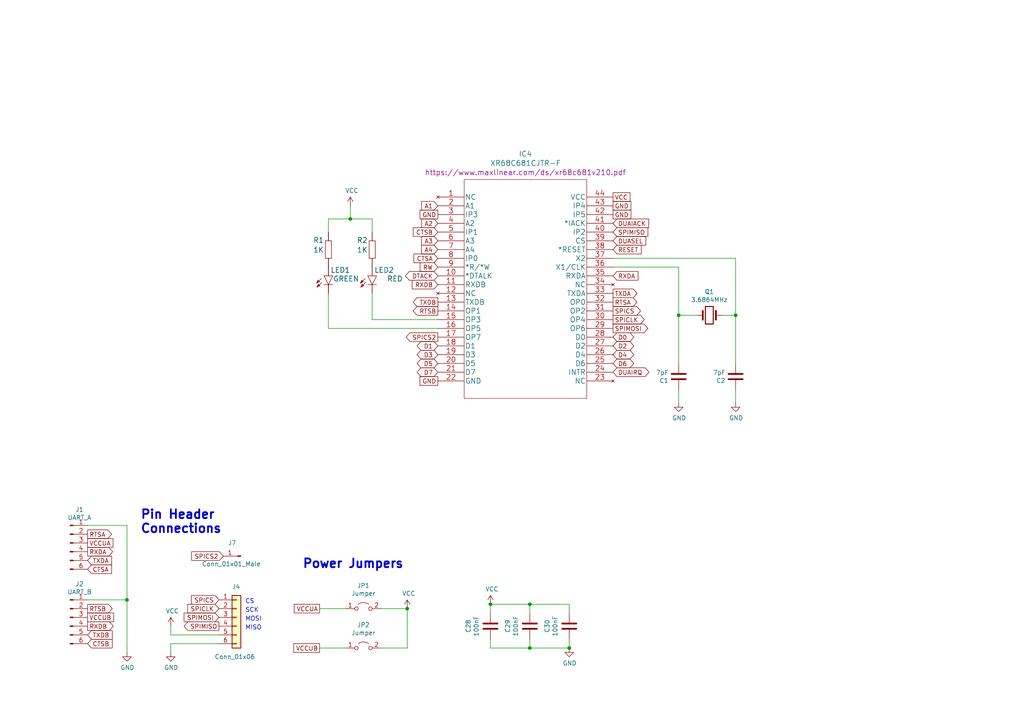
<source format=kicad_sch>
(kicad_sch (version 20231120) (generator "eeschema") (generator_version "8.0")
  (paper "A4")
  (title_block (title "ROSCO_M68K GENERAL PURPOSE MC68010 COMPUTER") (date "2024-06-09") (rev "2.2") (company "The Really Old-School Company Limited") (comment 1 "OSHWA UK000006 (https://certification.oshwa.org/uk000006.html)") (comment 2 "See https://github.com/roscopeco/rosco_m68k/blob/master/LICENCE.hardware.txt") (comment 3 "Open Source Hardware licenced under CERN Open Hardware Licence") (comment 4 "Copyright 2019-2024 Ross Bamford and Contributors"))
  (lib_symbols
    (symbol "Connector:Conn_01x01_Pin" (pin_names (offset 1.016) hide)
      (property "Reference" "J" (at 0 2.54 0))
      (property "Value" "Conn_01x01_Pin" (at 0 -2.54 0))
      (symbol "Conn_01x01_Pin_1_1"
        (polyline (pts (xy 1.27 0) (xy 0.8636 0)) (stroke (width 0.1524)))
        (rectangle (start 0.8636 0.127) (end 0 -0.127) (stroke (width 0.1524)) (fill (type outline)))
        (pin passive line (at 5.08 0 180) (length 3.81) (name "Pin_1") (number "1"))
      )
    )
    (symbol "Connector:Conn_01x06_Pin" (pin_names (offset 1.016) hide)
      (property "Reference" "J" (at 0 7.62 0))
      (property "Value" "Conn_01x06_Pin" (at 0 -10.16 0))
      (symbol "Conn_01x06_Pin_1_1"
        (polyline (pts (xy 1.27 -7.62) (xy 0.8636 -7.62)) (stroke (width 0.1524)))
        (polyline (pts (xy 1.27 -5.08) (xy 0.8636 -5.08)) (stroke (width 0.1524)))
        (polyline (pts (xy 1.27 -2.54) (xy 0.8636 -2.54)) (stroke (width 0.1524)))
        (polyline (pts (xy 1.27 0) (xy 0.8636 0)) (stroke (width 0.1524)))
        (polyline (pts (xy 1.27 2.54) (xy 0.8636 2.54)) (stroke (width 0.1524)))
        (polyline (pts (xy 1.27 5.08) (xy 0.8636 5.08)) (stroke (width 0.1524)))
        (rectangle (start 0.8636 -7.493) (end 0 -7.747) (stroke (width 0.1524)) (fill (type outline)))
        (rectangle (start 0.8636 -4.953) (end 0 -5.207) (stroke (width 0.1524)) (fill (type outline)))
        (rectangle (start 0.8636 -2.413) (end 0 -2.667) (stroke (width 0.1524)) (fill (type outline)))
        (rectangle (start 0.8636 0.127) (end 0 -0.127) (stroke (width 0.1524)) (fill (type outline)))
        (rectangle (start 0.8636 2.667) (end 0 2.413) (stroke (width 0.1524)) (fill (type outline)))
        (rectangle (start 0.8636 5.207) (end 0 4.953) (stroke (width 0.1524)) (fill (type outline)))
        (pin passive line (at 5.08 5.08 180) (length 3.81) (name "Pin_1") (number "1"))
        (pin passive line (at 5.08 2.54 180) (length 3.81) (name "Pin_2") (number "2"))
        (pin passive line (at 5.08 0 180) (length 3.81) (name "Pin_3") (number "3"))
        (pin passive line (at 5.08 -2.54 180) (length 3.81) (name "Pin_4") (number "4"))
        (pin passive line (at 5.08 -5.08 180) (length 3.81) (name "Pin_5") (number "5"))
        (pin passive line (at 5.08 -7.62 180) (length 3.81) (name "Pin_6") (number "6"))
      )
    )
    (symbol "Connector_Generic:Conn_01x06" (pin_names (offset 1.016) hide)
      (property "Reference" "J" (at 0 7.62 0))
      (property "Value" "Conn_01x06" (at 0 -10.16 0))
      (symbol "Conn_01x06_1_1"
        (rectangle (start -1.27 -7.493) (end 0 -7.747) (stroke (width 0.1524)))
        (rectangle (start -1.27 -4.953) (end 0 -5.207) (stroke (width 0.1524)))
        (rectangle (start -1.27 -2.413) (end 0 -2.667) (stroke (width 0.1524)))
        (rectangle (start -1.27 0.127) (end 0 -0.127) (stroke (width 0.1524)))
        (rectangle (start -1.27 2.667) (end 0 2.413) (stroke (width 0.1524)))
        (rectangle (start -1.27 5.207) (end 0 4.953) (stroke (width 0.1524)))
        (rectangle (start -1.27 6.35) (end 1.27 -8.89) (stroke (width 0.254)) (fill (type background)))
        (pin passive line (at -5.08 5.08 0) (length 3.81) (name "Pin_1") (number "1"))
        (pin passive line (at -5.08 2.54 0) (length 3.81) (name "Pin_2") (number "2"))
        (pin passive line (at -5.08 0 0) (length 3.81) (name "Pin_3") (number "3"))
        (pin passive line (at -5.08 -2.54 0) (length 3.81) (name "Pin_4") (number "4"))
        (pin passive line (at -5.08 -5.08 0) (length 3.81) (name "Pin_5") (number "5"))
        (pin passive line (at -5.08 -7.62 0) (length 3.81) (name "Pin_6") (number "6"))
      )
    )
    (symbol "Device:C" (pin_numbers hide) (pin_names (offset 0.254))
      (property "Reference" "C" (at 0.635 2.54 0))
      (property "Value" "C" (at 0.635 -2.54 0))
      (symbol "C_0_1"
        (polyline (pts (xy -2.032 -0.762) (xy 2.032 -0.762)) (stroke (width 0.508)))
        (polyline (pts (xy -2.032 0.762) (xy 2.032 0.762)) (stroke (width 0.508)))
      )
      (symbol "C_1_1"
        (pin passive line (at 0 3.81 270) (length 2.794) (name "~") (number "1"))
        (pin passive line (at 0 -3.81 90) (length 2.794) (name "~") (number "2"))
      )
    )
    (symbol "Device:Crystal" (pin_numbers hide) (pin_names (offset 1.016) hide)
      (property "Reference" "Y" (at 0 3.81 0))
      (property "Value" "Crystal" (at 0 -3.81 0))
      (symbol "Crystal_0_1"
        (rectangle (start -1.143 2.54) (end 1.143 -2.54) (stroke (width 0.3048)))
        (polyline (pts (xy -2.54 0) (xy -1.905 0)))
        (polyline (pts (xy -1.905 -1.27) (xy -1.905 1.27)) (stroke (width 0.508)))
        (polyline (pts (xy 1.905 -1.27) (xy 1.905 1.27)) (stroke (width 0.508)))
        (polyline (pts (xy 2.54 0) (xy 1.905 0)))
      )
      (symbol "Crystal_1_1"
        (pin passive line (at -3.81 0 0) (length 1.27) (name "1") (number "1"))
        (pin passive line (at 3.81 0 180) (length 1.27) (name "2") (number "2"))
      )
    )
    (symbol "Jumper:Jumper_2_Open" (pin_names (offset 0) hide)
      (property "Reference" "JP" (at 0 2.794 0))
      (property "Value" "Jumper_2_Open" (at 0 -2.286 0))
      (symbol "Jumper_2_Open_0_0"
        (circle (center -2.032 0) (radius 0.508))
        (circle (center 2.032 0) (radius 0.508))
      )
      (symbol "Jumper_2_Open_0_1"
        (arc (start 1.524 1.27) (mid 0 1.778) (end -1.524 1.27))
      )
      (symbol "Jumper_2_Open_1_1"
        (pin passive line (at -5.08 0 0) (length 2.54) (name "A") (number "1"))
        (pin passive line (at 5.08 0 180) (length 2.54) (name "B") (number "2"))
      )
    )
    (symbol "power:GND" (power) (pin_names (offset 0))
      (property "Value" "GND" (at 0 -3.81 0))
      (symbol "GND_0_1"
        (polyline (pts (xy 0 0) (xy 0 -1.27) (xy 1.27 -1.27) (xy 0 -2.54) (xy -1.27 -1.27) (xy 0 -1.27)))
      )
      (symbol "GND_1_1"
        (pin power_in line (at 0 0 270) (length 0) hide (name "GND") (number "1"))
      )
    )
    (symbol "power:VCC" (power) (pin_names (offset 0))
      (property "Value" "VCC" (at 0 3.81 0))
      (symbol "VCC_0_1"
        (polyline (pts (xy -0.762 1.27) (xy 0 2.54)))
        (polyline (pts (xy 0 0) (xy 0 2.54)))
        (polyline (pts (xy 0 2.54) (xy 0.762 1.27)))
      )
      (symbol "VCC_1_1"
        (pin power_in line (at 0 0 90) (length 0) hide (name "VCC") (number "1"))
      )
    )
    (symbol "rosco_m68k-eagle-import:LED5MM" (pin_names (offset 1.016))
      (property "Reference" "LED" (at 3.556 -4.572 90))
      (property "Value" "LED5MM" (at 5.715 -4.572 90))
      (symbol "LED5MM_1_0"
        (polyline (pts (xy -2.032 -0.762) (xy -3.429 -2.159)))
        (polyline (pts (xy -1.905 -1.905) (xy -3.302 -3.302)))
        (polyline (pts (xy 0 -2.54) (xy -1.27 -2.54)))
        (polyline (pts (xy 0 -2.54) (xy -1.27 0)))
        (polyline (pts (xy 0 0) (xy -1.27 0)))
        (polyline (pts (xy 1.27 -2.54) (xy 0 -2.54)))
        (polyline (pts (xy 1.27 0) (xy 0 -2.54)))
        (polyline (pts (xy 1.27 0) (xy 0 0)))
        (polyline (pts (xy -3.429 -2.159) (xy -3.048 -1.27) (xy -2.54 -1.778)) (fill (type outline)))
        (polyline (pts (xy -3.302 -3.302) (xy -2.921 -2.413) (xy -2.413 -2.921)) (fill (type outline)))
        (pin passive line (at 0 2.54 270) (length 2.54) (name "A") (number "A"))
        (pin passive line (at 0 -5.08 90) (length 2.54) (name "C") (number "K"))
      )
    )
    (symbol "rosco_m68k-eagle-import:R-EU_0207_10" (pin_names (offset 1.016))
      (property "Reference" "R" (at -3.81 1.4986 0))
      (property "Value" "R-EU_0207_10" (at -3.81 -3.302 0))
      (symbol "R-EU_0207_10_1_0"
        (polyline (pts (xy -2.54 -0.889) (xy -2.54 0.889)))
        (polyline (pts (xy -2.54 -0.889) (xy 2.54 -0.889)))
        (polyline (pts (xy 2.54 -0.889) (xy 2.54 0.889)))
        (polyline (pts (xy 2.54 0.889) (xy -2.54 0.889)))
        (pin passive line (at -5.08 0 0) (length 2.54) (name "1") (number "1"))
        (pin passive line (at 5.08 0 180) (length 2.54) (name "2") (number "2"))
      )
    )
    (symbol "rosco_m68k-rescue:XR68C681CJTR-F-XR68C681" (pin_names (offset 0.254))
      (property "Reference" "U" (at 25.4 10.16 0))
      (property "Value" "XR68C681CJTR-F-XR68C681" (at 25.4 7.62 0))
      (symbol "XR68C681CJTR-F-XR68C681_1_1"
        (polyline (pts (xy 7.62 -58.42) (xy 43.18 -58.42)) (stroke (width 0.127)))
        (polyline (pts (xy 7.62 5.08) (xy 7.62 -58.42)) (stroke (width 0.127)))
        (polyline (pts (xy 43.18 -58.42) (xy 43.18 5.08)) (stroke (width 0.127)))
        (polyline (pts (xy 43.18 5.08) (xy 7.62 5.08)) (stroke (width 0.127)))
        (pin no_connect line (at 0 0 0) (length 7.62) (name "NC") (number "1"))
        (pin output line (at 0 -22.86 0) (length 7.62) (name "*DTALK") (number "10"))
        (pin input line (at 0 -25.4 0) (length 7.62) (name "RXDB") (number "11"))
        (pin no_connect line (at 0 -27.94 0) (length 7.62) (name "NC") (number "12"))
        (pin output line (at 0 -30.48 0) (length 7.62) (name "TXDB") (number "13"))
        (pin output line (at 0 -33.02 0) (length 7.62) (name "OP1") (number "14"))
        (pin output line (at 0 -35.56 0) (length 7.62) (name "OP3") (number "15"))
        (pin output line (at 0 -38.1 0) (length 7.62) (name "OP5") (number "16"))
        (pin output line (at 0 -40.64 0) (length 7.62) (name "OP7") (number "17"))
        (pin bidirectional line (at 0 -43.18 0) (length 7.62) (name "D1") (number "18"))
        (pin bidirectional line (at 0 -45.72 0) (length 7.62) (name "D3") (number "19"))
        (pin input line (at 0 -2.54 0) (length 7.62) (name "A1") (number "2"))
        (pin bidirectional line (at 0 -48.26 0) (length 7.62) (name "D5") (number "20"))
        (pin bidirectional line (at 0 -50.8 0) (length 7.62) (name "D7") (number "21"))
        (pin power_in line (at 0 -53.34 0) (length 7.62) (name "GND") (number "22"))
        (pin no_connect line (at 50.8 -53.34 180) (length 7.62) (name "NC") (number "23"))
        (pin output line (at 50.8 -50.8 180) (length 7.62) (name "INTR") (number "24"))
        (pin bidirectional line (at 50.8 -48.26 180) (length 7.62) (name "D6") (number "25"))
        (pin bidirectional line (at 50.8 -45.72 180) (length 7.62) (name "D4") (number "26"))
        (pin bidirectional line (at 50.8 -43.18 180) (length 7.62) (name "D2") (number "27"))
        (pin bidirectional line (at 50.8 -40.64 180) (length 7.62) (name "D0") (number "28"))
        (pin output line (at 50.8 -38.1 180) (length 7.62) (name "OP6") (number "29"))
        (pin input line (at 0 -5.08 0) (length 7.62) (name "IP3") (number "3"))
        (pin output line (at 50.8 -35.56 180) (length 7.62) (name "OP4") (number "30"))
        (pin output line (at 50.8 -33.02 180) (length 7.62) (name "OP2") (number "31"))
        (pin output line (at 50.8 -30.48 180) (length 7.62) (name "OP0") (number "32"))
        (pin output line (at 50.8 -27.94 180) (length 7.62) (name "TXDA") (number "33"))
        (pin no_connect line (at 50.8 -25.4 180) (length 7.62) (name "NC") (number "34"))
        (pin input line (at 50.8 -22.86 180) (length 7.62) (name "RXDA") (number "35"))
        (pin bidirectional line (at 50.8 -20.32 180) (length 7.62) (name "X1/CLK") (number "36"))
        (pin input line (at 50.8 -17.78 180) (length 7.62) (name "X2") (number "37"))
        (pin input line (at 50.8 -15.24 180) (length 7.62) (name "*RESET") (number "38"))
        (pin input line (at 50.8 -12.7 180) (length 7.62) (name "CS") (number "39"))
        (pin input line (at 0 -7.62 0) (length 7.62) (name "A2") (number "4"))
        (pin input line (at 50.8 -10.16 180) (length 7.62) (name "IP2") (number "40"))
        (pin input line (at 50.8 -7.62 180) (length 7.62) (name "*IACK") (number "41"))
        (pin input line (at 50.8 -5.08 180) (length 7.62) (name "IP5") (number "42"))
        (pin input line (at 50.8 -2.54 180) (length 7.62) (name "IP4") (number "43"))
        (pin power_in line (at 50.8 0 180) (length 7.62) (name "VCC") (number "44"))
        (pin input line (at 0 -10.16 0) (length 7.62) (name "IP1") (number "5"))
        (pin input line (at 0 -12.7 0) (length 7.62) (name "A3") (number "6"))
        (pin input line (at 0 -15.24 0) (length 7.62) (name "A4") (number "7"))
        (pin input line (at 0 -17.78 0) (length 7.62) (name "IP0") (number "8"))
        (pin input line (at 0 -20.32 0) (length 7.62) (name "*R/*W") (number "9"))
      )
    )
  )
  (junction (at 153.67 175.26))
  (junction (at 213.36 91.44))
  (junction (at 142.24 175.26))
  (junction (at 165.1 187.96))
  (junction (at 118.11 176.53))
  (junction (at 101.6 63.5))
  (junction (at 153.67 187.96))
  (junction (at 196.85 91.44))
  (junction (at 36.83 173.99))
  (wire (pts (xy 107.95 63.5) (xy 101.6 63.5)))
  (wire (pts (xy 201.93 91.44) (xy 196.85 91.44)))
  (wire (pts (xy 107.95 67.31) (xy 107.95 63.5)))
  (wire (pts (xy 36.83 189.23) (xy 36.83 173.99)))
  (wire (pts (xy 153.67 175.26) (xy 165.1 175.26)))
  (wire (pts (xy 213.36 74.93) (xy 213.36 91.44)))
  (wire (pts (xy 107.95 85.09) (xy 107.95 92.71)))
  (wire (pts (xy 196.85 113.03) (xy 196.85 116.84)))
  (wire (pts (xy 142.24 177.8) (xy 142.24 175.26)))
  (wire (pts (xy 142.24 175.26) (xy 153.67 175.26)))
  (wire (pts (xy 213.36 74.93) (xy 177.8 74.93)))
  (wire (pts (xy 153.67 185.42) (xy 153.67 187.96)))
  (wire (pts (xy 153.67 177.8) (xy 153.67 175.26)))
  (wire (pts (xy 92.71 187.96) (xy 100.33 187.96)))
  (wire (pts (xy 142.24 187.96) (xy 153.67 187.96)))
  (wire (pts (xy 101.6 63.5) (xy 101.6 59.69)))
  (wire (pts (xy 110.49 176.53) (xy 118.11 176.53)))
  (wire (pts (xy 110.49 187.96) (xy 118.11 187.96)))
  (wire (pts (xy 63.5 184.15) (xy 49.53 184.15)))
  (wire (pts (xy 209.55 91.44) (xy 213.36 91.44)))
  (wire (pts (xy 49.53 186.69) (xy 49.53 189.23)))
  (wire (pts (xy 196.85 91.44) (xy 196.85 105.41)))
  (wire (pts (xy 165.1 177.8) (xy 165.1 175.26)))
  (wire (pts (xy 153.67 187.96) (xy 165.1 187.96)))
  (wire (pts (xy 95.25 63.5) (xy 101.6 63.5)))
  (wire (pts (xy 127 92.71) (xy 107.95 92.71)))
  (wire (pts (xy 63.5 186.69) (xy 49.53 186.69)))
  (wire (pts (xy 213.36 113.03) (xy 213.36 116.84)))
  (wire (pts (xy 118.11 187.96) (xy 118.11 176.53)))
  (wire (pts (xy 25.4 173.99) (xy 36.83 173.99)))
  (wire (pts (xy 142.24 185.42) (xy 142.24 187.96)))
  (wire (pts (xy 213.36 105.41) (xy 213.36 91.44)))
  (wire (pts (xy 36.83 173.99) (xy 36.83 152.4)))
  (wire (pts (xy 165.1 185.42) (xy 165.1 187.96)))
  (wire (pts (xy 177.8 77.47) (xy 196.85 77.47)))
  (wire (pts (xy 36.83 152.4) (xy 25.4 152.4)))
  (wire (pts (xy 95.25 67.31) (xy 95.25 63.5)))
  (wire (pts (xy 92.71 176.53) (xy 100.33 176.53)))
  (wire (pts (xy 49.53 184.15) (xy 49.53 181.61)))
  (wire (pts (xy 95.25 85.09) (xy 95.25 95.25)))
  (wire (pts (xy 196.85 77.47) (xy 196.85 91.44)))
  (wire (pts (xy 127 95.25) (xy 95.25 95.25)))
  (text "MISO" (at 71.12 182.88 0) (effects (font (size 1.27 1.27)) (justify left bottom)))
  (text "Power Jumpers" (at 87.63 165.1 0) (effects (font (size 2.54 2.54) (thickness 0.508) (bold yes)) (justify left bottom)))
  (text "SCK" (at 71.12 177.8 0) (effects (font (size 1.27 1.27)) (justify left bottom)))
  (text "CS" (at 71.12 175.26 0) (effects (font (size 1.27 1.27)) (justify left bottom)))
  (text "Pin Header\nConnections" (at 40.64 154.94 0) (effects (font (size 2.54 2.54) (thickness 0.508) (bold yes)) (justify left bottom)))
  (text "MOSI" (at 71.12 180.34 0) (effects (font (size 1.27 1.27)) (justify left bottom)))
  (global_label "RXDB" (shape input) (at 127 82.55 180) (property "Intersheetrefs" "${INTERSHEET_REFS}" (effects (hide yes))))
  (global_label "VCCUA" (shape passive) (at 25.4 157.48 0) (property "Intersheetrefs" "${INTERSHEET_REFS}" (effects (hide yes))))
  (global_label "RXDA" (shape input) (at 177.8 80.01 0) (property "Intersheetrefs" "${INTERSHEET_REFS}" (effects (hide yes))))
  (global_label "D2" (shape bidirectional) (at 177.8 100.33 0) (property "Intersheetrefs" "${INTERSHEET_REFS}" (effects (hide yes))))
  (global_label "SPICLK" (shape input) (at 63.5 176.53 180) (property "Intersheetrefs" "${INTERSHEET_REFS}" (effects (hide yes))))
  (global_label "A2" (shape input) (at 127 64.77 180) (property "Intersheetrefs" "${INTERSHEET_REFS}" (effects (hide yes))))
  (global_label "RXDB" (shape output) (at 25.4 181.61 0) (property "Intersheetrefs" "${INTERSHEET_REFS}" (effects (hide yes))))
  (global_label "CTSB" (shape input) (at 127 67.31 180) (property "Intersheetrefs" "${INTERSHEET_REFS}" (effects (hide yes))))
  (global_label "CTSB" (shape input) (at 25.4 186.69 0) (property "Intersheetrefs" "${INTERSHEET_REFS}" (effects (hide yes))))
  (global_label "TXDA" (shape output) (at 177.8 85.09 0) (property "Intersheetrefs" "${INTERSHEET_REFS}" (effects (hide yes))))
  (global_label "VCCUB" (shape passive) (at 25.4 179.07 0) (property "Intersheetrefs" "${INTERSHEET_REFS}" (effects (hide yes))))
  (global_label "DUAIRQ" (shape tri_state) (at 177.8 107.95 0) (property "Intersheetrefs" "${INTERSHEET_REFS}" (effects (hide yes))))
  (global_label "GND" (shape passive) (at 127 62.23 180) (property "Intersheetrefs" "${INTERSHEET_REFS}" (effects (hide yes))))
  (global_label "RXDA" (shape output) (at 25.4 160.02 0) (property "Intersheetrefs" "${INTERSHEET_REFS}" (effects (hide yes))))
  (global_label "D0" (shape bidirectional) (at 177.8 97.79 0) (property "Intersheetrefs" "${INTERSHEET_REFS}" (effects (hide yes))))
  (global_label "TXDB" (shape output) (at 127 87.63 180) (property "Intersheetrefs" "${INTERSHEET_REFS}" (effects (hide yes))))
  (global_label "VCC" (shape passive) (at 177.8 57.15 0) (property "Intersheetrefs" "${INTERSHEET_REFS}" (effects (hide yes))))
  (global_label "DUASEL" (shape input) (at 177.8 69.85 0) (property "Intersheetrefs" "${INTERSHEET_REFS}" (effects (hide yes))))
  (global_label "CTSA" (shape input) (at 127 74.93 180) (property "Intersheetrefs" "${INTERSHEET_REFS}" (effects (hide yes))))
  (global_label "RESET" (shape input) (at 177.8 72.39 0) (property "Intersheetrefs" "${INTERSHEET_REFS}" (effects (hide yes))))
  (global_label "TXDB" (shape input) (at 25.4 184.15 0) (property "Intersheetrefs" "${INTERSHEET_REFS}" (effects (hide yes))))
  (global_label "SPIMISO" (shape output) (at 63.5 181.61 180) (property "Intersheetrefs" "${INTERSHEET_REFS}" (effects (hide yes))))
  (global_label "RTSA" (shape output) (at 25.4 154.94 0) (property "Intersheetrefs" "${INTERSHEET_REFS}" (effects (hide yes))))
  (global_label "D3" (shape bidirectional) (at 127 102.87 180) (property "Intersheetrefs" "${INTERSHEET_REFS}" (effects (hide yes))))
  (global_label "SPICS2" (shape input) (at 64.77 161.29 180) (property "Intersheetrefs" "${INTERSHEET_REFS}" (effects (hide yes))))
  (global_label "SPIMOSI" (shape input) (at 63.5 179.07 180) (property "Intersheetrefs" "${INTERSHEET_REFS}" (effects (hide yes))))
  (global_label "D6" (shape bidirectional) (at 177.8 105.41 0) (property "Intersheetrefs" "${INTERSHEET_REFS}" (effects (hide yes))))
  (global_label "VCCUA" (shape passive) (at 92.71 176.53 180) (property "Intersheetrefs" "${INTERSHEET_REFS}" (effects (hide yes))))
  (global_label "CTSA" (shape input) (at 25.4 165.1 0) (property "Intersheetrefs" "${INTERSHEET_REFS}" (effects (hide yes))))
  (global_label "RW" (shape input) (at 127 77.47 180) (property "Intersheetrefs" "${INTERSHEET_REFS}" (effects (hide yes))))
  (global_label "D4" (shape bidirectional) (at 177.8 102.87 0) (property "Intersheetrefs" "${INTERSHEET_REFS}" (effects (hide yes))))
  (global_label "SPICS" (shape output) (at 177.8 90.17 0) (property "Intersheetrefs" "${INTERSHEET_REFS}" (effects (hide yes))))
  (global_label "SPICLK" (shape output) (at 177.8 92.71 0) (property "Intersheetrefs" "${INTERSHEET_REFS}" (effects (hide yes))))
  (global_label "D1" (shape bidirectional) (at 127 100.33 180) (property "Intersheetrefs" "${INTERSHEET_REFS}" (effects (hide yes))))
  (global_label "SPIMISO" (shape input) (at 177.8 67.31 0) (property "Intersheetrefs" "${INTERSHEET_REFS}" (effects (hide yes))))
  (global_label "D7" (shape bidirectional) (at 127 107.95 180) (property "Intersheetrefs" "${INTERSHEET_REFS}" (effects (hide yes))))
  (global_label "DTACK" (shape tri_state) (at 127 80.01 180) (property "Intersheetrefs" "${INTERSHEET_REFS}" (effects (hide yes))))
  (global_label "D5" (shape bidirectional) (at 127 105.41 180) (property "Intersheetrefs" "${INTERSHEET_REFS}" (effects (hide yes))))
  (global_label "RTSA" (shape output) (at 177.8 87.63 0) (property "Intersheetrefs" "${INTERSHEET_REFS}" (effects (hide yes))))
  (global_label "A4" (shape input) (at 127 72.39 180) (property "Intersheetrefs" "${INTERSHEET_REFS}" (effects (hide yes))))
  (global_label "A1" (shape input) (at 127 59.69 180) (property "Intersheetrefs" "${INTERSHEET_REFS}" (effects (hide yes))))
  (global_label "A3" (shape input) (at 127 69.85 180) (property "Intersheetrefs" "${INTERSHEET_REFS}" (effects (hide yes))))
  (global_label "GND" (shape passive) (at 127 110.49 180) (property "Intersheetrefs" "${INTERSHEET_REFS}" (effects (hide yes))))
  (global_label "SPIMOSI" (shape output) (at 177.8 95.25 0) (property "Intersheetrefs" "${INTERSHEET_REFS}" (effects (hide yes))))
  (global_label "DUAIACK" (shape input) (at 177.8 64.77 0) (property "Intersheetrefs" "${INTERSHEET_REFS}" (effects (hide yes))))
  (global_label "RTSB" (shape output) (at 25.4 176.53 0) (property "Intersheetrefs" "${INTERSHEET_REFS}" (effects (hide yes))))
  (global_label "TXDA" (shape input) (at 25.4 162.56 0) (property "Intersheetrefs" "${INTERSHEET_REFS}" (effects (hide yes))))
  (global_label "SPICS" (shape input) (at 63.5 173.99 180) (property "Intersheetrefs" "${INTERSHEET_REFS}" (effects (hide yes))))
  (global_label "GND" (shape passive) (at 177.8 62.23 0) (property "Intersheetrefs" "${INTERSHEET_REFS}" (effects (hide yes))))
  (global_label "VCCUB" (shape passive) (at 92.71 187.96 180) (property "Intersheetrefs" "${INTERSHEET_REFS}" (effects (hide yes))))
  (global_label "GND" (shape passive) (at 177.8 59.69 0) (property "Intersheetrefs" "${INTERSHEET_REFS}" (effects (hide yes))))
  (global_label "RTSB" (shape output) (at 127 90.17 180) (property "Intersheetrefs" "${INTERSHEET_REFS}" (effects (hide yes))))
  (global_label "SPICS2" (shape output) (at 127 97.79 180) (property "Intersheetrefs" "${INTERSHEET_REFS}" (effects (hide yes))))
  (symbol (lib_id "Device:Crystal") (at 205.74 91.44 0) (unit 1)
    (property "Reference" "Q1" (at 205.74 84.6328 0))
    (property "Value" "3.6864MHz" (at 205.74 86.9442 0))
    (property "Footprint" "Crystal:Crystal_HC49-4H_Vertical" (effects (hide yes)))
  )
  (symbol (lib_id "Device:C") (at 196.85 109.22 180) (unit 1)
    (property "Reference" "C1" (at 193.929 110.3884 0) (effects (justify left)))
    (property "Value" "7pF" (at 193.929 108.077 0) (effects (justify left)))
    (property "Footprint" "Capacitor_SMD:C_0603_1608Metric" (effects (hide yes)))
  )
  (symbol (lib_id "Device:C") (at 213.36 109.22 180) (unit 1)
    (property "Reference" "C2" (at 210.439 110.3884 0) (effects (justify left)))
    (property "Value" "7pF" (at 210.439 108.077 0) (effects (justify left)))
    (property "Footprint" "Capacitor_SMD:C_0603_1608Metric" (effects (hide yes)))
  )
  (symbol (lib_id "Connector:Conn_01x06_Pin") (at 20.32 157.48 0) (unit 1)
    (property "Reference" "J1" (at 23.0632 147.8026 0))
    (property "Value" "UART_A" (at 23.0632 150.114 0))
    (property "Footprint" "rosco_m68k:1X06" (effects (hide yes)))
  )
  (symbol (lib_id "Connector:Conn_01x06_Pin") (at 20.32 179.07 0) (unit 1)
    (property "Reference" "J2" (at 23.0632 169.3926 0))
    (property "Value" "UART_B" (at 23.0632 171.704 0))
    (property "Footprint" "rosco_m68k:1X06" (effects (hide yes)))
  )
  (symbol (lib_id "Device:C") (at 165.1 181.61 0) (unit 1)
    (property "Reference" "C30" (at 158.6992 181.61 90))
    (property "Value" "100nF" (at 161.0106 181.61 90))
    (property "Footprint" "Capacitor_SMD:C_0603_1608Metric" (effects (hide yes)))
  )
  (symbol (lib_id "Device:C") (at 142.24 181.61 0) (unit 1)
    (property "Reference" "C28" (at 135.8392 181.61 90))
    (property "Value" "100nF" (at 138.1506 181.61 90))
    (property "Footprint" "Capacitor_SMD:C_0603_1608Metric" (effects (hide yes)))
  )
  (symbol (lib_id "Device:C") (at 153.67 181.61 0) (unit 1)
    (property "Reference" "C29" (at 147.2692 181.61 90))
    (property "Value" "100nF" (at 149.5806 181.61 90))
    (property "Footprint" "Capacitor_SMD:C_0603_1608Metric" (effects (hide yes)))
  )
  (symbol (lib_id "rosco_m68k-rescue:XR68C681CJTR-F-XR68C681") (at 127 57.15 0) (unit 1)
    (property "Reference" "IC4" (at 152.4 44.6278 0) (effects (font (size 1.524 1.524))))
    (property "Value" "XR68C681CJTR-F" (at 152.4 47.3202 0) (effects (font (size 1.524 1.524))))
    (property "Footprint" "Package_LCC:PLCC-44_THT-Socket" (effects (hide yes)))
    (property "Datasheet" "https://www.maxlinear.com/ds/xr68c681v210.pdf" (at 152.4 50.0126 0) (effects (font (size 1.524 1.524))))
  )
  (symbol (lib_id "rosco_m68k-eagle-import:R-EU_0207_10") (at 95.25 72.39 90) (unit 1)
    (property "Reference" "R1" (at 93.98 68.8086 90) (effects (font (size 1.4986 1.4986)) (justify left bottom)))
    (property "Value" "1K" (at 93.98 71.628 90) (effects (font (size 1.4986 1.4986)) (justify left bottom)))
    (property "Footprint" "Resistor_SMD:R_0603_1608Metric" (effects (hide yes)))
  )
  (symbol (lib_id "rosco_m68k-eagle-import:LED5MM") (at 95.25 80.01 0) (unit 1)
    (property "Reference" "LED1" (at 101.6 77.47 0) (effects (font (size 1.4986 1.4986)) (justify right top)))
    (property "Value" "GREEN" (at 104.14 80.01 0) (effects (font (size 1.4986 1.4986)) (justify right top)))
    (property "Footprint" "rosco_m68k:LED5MM" (effects (hide yes)))
  )
  (symbol (lib_id "rosco_m68k-eagle-import:R-EU_0207_10") (at 107.95 72.39 90) (unit 1)
    (property "Reference" "R2" (at 106.68 68.8086 90) (effects (font (size 1.4986 1.4986)) (justify left bottom)))
    (property "Value" "1K" (at 106.68 71.628 90) (effects (font (size 1.4986 1.4986)) (justify left bottom)))
    (property "Footprint" "Resistor_SMD:R_0603_1608Metric" (effects (hide yes)))
  )
  (symbol (lib_id "rosco_m68k-eagle-import:LED5MM") (at 107.95 80.01 0) (unit 1)
    (property "Reference" "LED2" (at 114.3 77.47 0) (effects (font (size 1.4986 1.4986)) (justify right top)))
    (property "Value" "RED" (at 116.84 80.01 0) (effects (font (size 1.4986 1.4986)) (justify right top)))
    (property "Footprint" "rosco_m68k:LED5MM" (effects (hide yes)))
  )
  (symbol (lib_id "power:VCC") (at 101.6 59.69 0) (unit 1)
    (property "Reference" "#PWR04" (effects (hide yes)))
    (property "Value" "VCC" (at 102.0318 55.2958 0))
  )
  (symbol (lib_id "Connector_Generic:Conn_01x06") (at 68.58 179.07 0) (unit 1)
    (property "Reference" "J4" (at 67.31 170.18 0) (effects (justify left)))
    (property "Value" "Conn_01x06" (at 62.23 190.5 0) (effects (justify left)))
    (property "Footprint" "rosco_m68k:1X06" (effects (hide yes)))
  )
  (symbol (lib_id "power:VCC") (at 49.53 181.61 0) (unit 1)
    (property "Reference" "#PWR0101" (effects (hide yes)))
    (property "Value" "VCC" (at 49.9618 177.2158 0))
  )
  (symbol (lib_id "power:GND") (at 49.53 189.23 0) (unit 1)
    (property "Reference" "#PWR0102" (effects (hide yes)))
    (property "Value" "GND" (at 49.657 193.6242 0))
  )
  (symbol (lib_id "Connector:Conn_01x01_Pin") (at 69.85 161.29 180) (unit 1)
    (property "Reference" "J7" (at 67.31 157.48 0))
    (property "Value" "Conn_01x01_Male" (at 67.1068 163.576 0))
    (property "Footprint" "Connector_PinHeader_2.54mm:PinHeader_1x01_P2.54mm_Vertical" (effects (hide yes)))
  )
  (symbol (lib_id "Jumper:Jumper_2_Open") (at 105.41 187.96 0) (unit 1)
    (property "Reference" "JP2" (at 105.41 181.2544 0))
    (property "Value" "Jumper" (at 105.41 183.5658 0))
    (property "Footprint" "rosco_m68k:1X02" (effects (hide yes)))
  )
  (symbol (lib_id "Jumper:Jumper_2_Open") (at 105.41 176.53 0) (unit 1)
    (property "Reference" "JP1" (at 105.41 169.8244 0))
    (property "Value" "Jumper" (at 105.41 172.1358 0))
    (property "Footprint" "rosco_m68k:1X02" (effects (hide yes)))
  )
  (symbol (lib_id "power:GND") (at 165.1 187.96 0) (unit 1)
    (property "Reference" "#PWR043" (effects (hide yes)))
    (property "Value" "GND" (at 165.227 192.3542 0))
  )
  (symbol (lib_id "power:GND") (at 213.36 116.84 0) (unit 1)
    (property "Reference" "#PWR013" (effects (hide yes)))
    (property "Value" "GND" (at 213.487 121.2342 0))
  )
  (symbol (lib_id "power:GND") (at 36.83 189.23 0) (unit 1)
    (property "Reference" "#PWR015" (effects (hide yes)))
    (property "Value" "GND" (at 36.957 193.6242 0))
  )
  (symbol (lib_id "power:VCC") (at 118.11 176.53 0) (unit 1)
    (property "Reference" "#PWR014" (effects (hide yes)))
    (property "Value" "VCC" (at 118.5418 172.1358 0))
  )
  (symbol (lib_id "power:GND") (at 196.85 116.84 0) (unit 1)
    (property "Reference" "#PWR012" (effects (hide yes)))
    (property "Value" "GND" (at 196.977 121.2342 0))
  )
  (symbol (lib_id "power:VCC") (at 142.24 175.26 0) (unit 1)
    (property "Reference" "#PWR011" (effects (hide yes)))
    (property "Value" "VCC" (at 142.6718 170.8658 0))
  )
)
</source>
